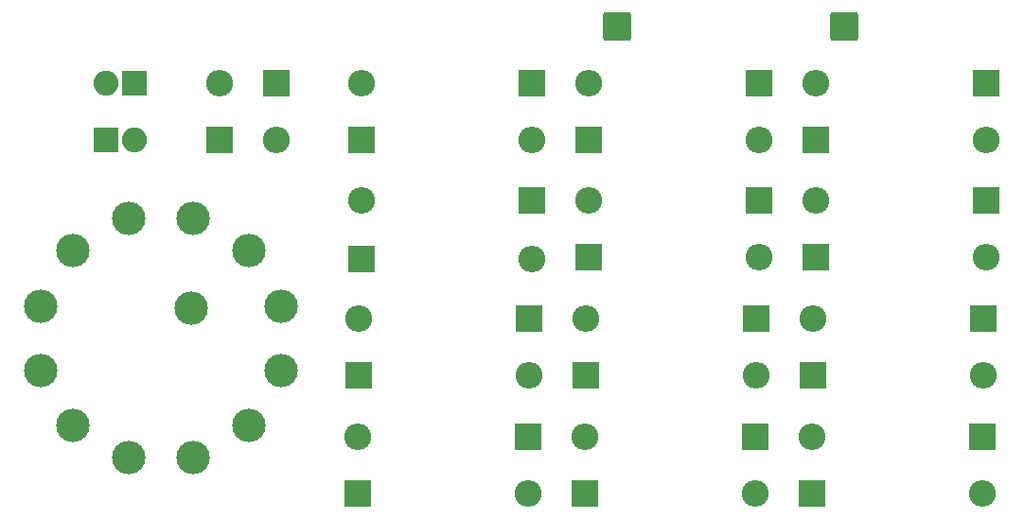
<source format=gbs>
G04 #@! TF.GenerationSoftware,KiCad,Pcbnew,(6.0.5-0)*
G04 #@! TF.CreationDate,2022-06-18T11:44:55-04:00*
G04 #@! TF.ProjectId,Diode Switcher Project,44696f64-6520-4537-9769-746368657220,rev?*
G04 #@! TF.SameCoordinates,Original*
G04 #@! TF.FileFunction,Soldermask,Bot*
G04 #@! TF.FilePolarity,Negative*
%FSLAX46Y46*%
G04 Gerber Fmt 4.6, Leading zero omitted, Abs format (unit mm)*
G04 Created by KiCad (PCBNEW (6.0.5-0)) date 2022-06-18 11:44:55*
%MOMM*%
%LPD*%
G01*
G04 APERTURE LIST*
G04 Aperture macros list*
%AMRoundRect*
0 Rectangle with rounded corners*
0 $1 Rounding radius*
0 $2 $3 $4 $5 $6 $7 $8 $9 X,Y pos of 4 corners*
0 Add a 4 corners polygon primitive as box body*
4,1,4,$2,$3,$4,$5,$6,$7,$8,$9,$2,$3,0*
0 Add four circle primitives for the rounded corners*
1,1,$1+$1,$2,$3*
1,1,$1+$1,$4,$5*
1,1,$1+$1,$6,$7*
1,1,$1+$1,$8,$9*
0 Add four rect primitives between the rounded corners*
20,1,$1+$1,$2,$3,$4,$5,0*
20,1,$1+$1,$4,$5,$6,$7,0*
20,1,$1+$1,$6,$7,$8,$9,0*
20,1,$1+$1,$8,$9,$2,$3,0*%
G04 Aperture macros list end*
%ADD10R,2.400000X2.400000*%
%ADD11O,2.400000X2.400000*%
%ADD12R,2.240000X2.240000*%
%ADD13O,2.240000X2.240000*%
%ADD14O,3.000000X3.000000*%
%ADD15RoundRect,0.249999X-1.025001X-1.025001X1.025001X-1.025001X1.025001X1.025001X-1.025001X1.025001X0*%
G04 APERTURE END LIST*
D10*
X38100000Y-30480000D03*
D11*
X43180000Y-30480000D03*
D10*
X43180000Y-25400000D03*
D11*
X38100000Y-25400000D03*
D12*
X27940000Y-30480000D03*
D13*
X30480000Y-30480000D03*
X27940000Y-25400000D03*
D12*
X30480000Y-25400000D03*
D14*
X43542015Y-45387109D03*
X40669124Y-40411115D03*
X35693130Y-37538224D03*
X29947348Y-37538224D03*
X24971354Y-40411115D03*
X22098463Y-45387109D03*
X22098463Y-51132891D03*
X24971354Y-56108885D03*
X29947348Y-58981776D03*
X35693130Y-58981776D03*
X40669124Y-56108885D03*
X43542015Y-51132891D03*
X35542600Y-45537639D03*
D15*
X73660000Y-20320000D03*
X93980000Y-20320000D03*
D10*
X91086161Y-62149921D03*
D11*
X106326161Y-62149921D03*
D10*
X106326161Y-57069921D03*
D11*
X91086161Y-57069921D03*
D10*
X91165366Y-51564581D03*
D11*
X106405366Y-51564581D03*
D10*
X106405366Y-46484581D03*
D11*
X91165366Y-46484581D03*
D10*
X91365127Y-41007210D03*
D11*
X106605127Y-41007210D03*
D10*
X106605127Y-35927210D03*
D11*
X91365127Y-35927210D03*
D10*
X91440000Y-30480000D03*
D11*
X106680000Y-30480000D03*
D10*
X106680000Y-25400000D03*
D11*
X91440000Y-25400000D03*
D10*
X70766161Y-62149921D03*
D11*
X86006161Y-62149921D03*
D10*
X86006161Y-57069921D03*
D11*
X70766161Y-57069921D03*
D10*
X70845366Y-51564581D03*
D11*
X86085366Y-51564581D03*
D10*
X86085366Y-46484581D03*
D11*
X70845366Y-46484581D03*
D10*
X71045127Y-41007210D03*
D11*
X86285127Y-41007210D03*
D10*
X86285127Y-35927210D03*
D11*
X71045127Y-35927210D03*
D10*
X71120000Y-30480000D03*
D11*
X86360000Y-30480000D03*
D10*
X86360000Y-25400000D03*
D11*
X71120000Y-25400000D03*
D10*
X50446161Y-62149921D03*
D11*
X65686161Y-62149921D03*
D10*
X65686161Y-57069921D03*
D11*
X50446161Y-57069921D03*
D10*
X50525366Y-51564581D03*
D11*
X65765366Y-51564581D03*
D10*
X65765366Y-46484581D03*
D11*
X50525366Y-46484581D03*
D10*
X50725127Y-41147210D03*
D11*
X65965127Y-41147210D03*
D10*
X65965127Y-35927210D03*
D11*
X50725127Y-35927210D03*
D10*
X50800000Y-30480000D03*
D11*
X66040000Y-30480000D03*
D10*
X66040000Y-25400000D03*
D11*
X50800000Y-25400000D03*
M02*

</source>
